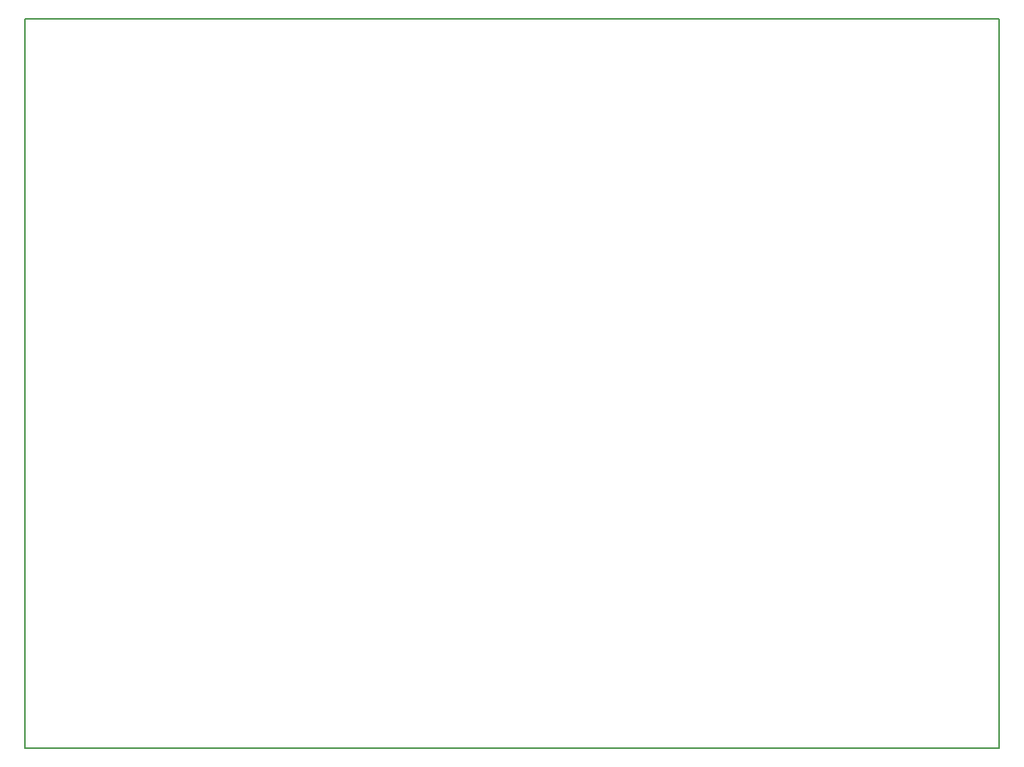
<source format=gm1>
G04 #@! TF.FileFunction,Profile,NP*
%FSLAX46Y46*%
G04 Gerber Fmt 4.6, Leading zero omitted, Abs format (unit mm)*
G04 Created by KiCad (PCBNEW 4.0.5) date Wednesday, August 30, 2017 'PMt' 12:57:39 PM*
%MOMM*%
%LPD*%
G01*
G04 APERTURE LIST*
%ADD10C,0.100000*%
%ADD11C,0.150000*%
G04 APERTURE END LIST*
D10*
D11*
X182880000Y-66548000D02*
X73660000Y-66548000D01*
X182880000Y-148336000D02*
X182880000Y-66548000D01*
X73660000Y-148336000D02*
X182880000Y-148336000D01*
X73660000Y-66548000D02*
X73660000Y-148336000D01*
M02*

</source>
